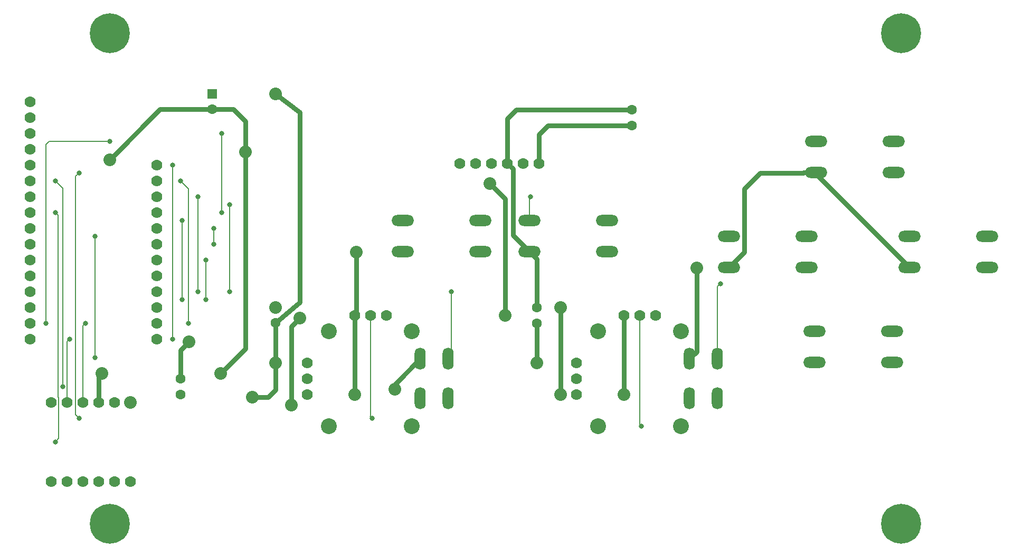
<source format=gbr>
%TF.GenerationSoftware,KiCad,Pcbnew,(5.99.0-3294-g9c46e491e)*%
%TF.CreationDate,2020-11-09T01:34:01-05:00*%
%TF.ProjectId,Game_Controller,47616d65-5f43-46f6-9e74-726f6c6c6572,rev?*%
%TF.SameCoordinates,Original*%
%TF.FileFunction,Copper,L2,Bot*%
%TF.FilePolarity,Positive*%
%FSLAX46Y46*%
G04 Gerber Fmt 4.6, Leading zero omitted, Abs format (unit mm)*
G04 Created by KiCad (PCBNEW (5.99.0-3294-g9c46e491e)) date 2020-11-09 01:34:01*
%MOMM*%
%LPD*%
G01*
G04 APERTURE LIST*
%TA.AperFunction,ComponentPad*%
%ADD10C,6.400000*%
%TD*%
%TA.AperFunction,ComponentPad*%
%ADD11O,3.581400X1.790700*%
%TD*%
%TA.AperFunction,ComponentPad*%
%ADD12C,1.778000*%
%TD*%
%TA.AperFunction,ComponentPad*%
%ADD13O,1.778000X3.556000*%
%TD*%
%TA.AperFunction,ComponentPad*%
%ADD14C,2.540000*%
%TD*%
%TA.AperFunction,ComponentPad*%
%ADD15C,1.600000*%
%TD*%
%TA.AperFunction,ComponentPad*%
%ADD16R,1.600000X1.600000*%
%TD*%
%TA.AperFunction,ViaPad*%
%ADD17C,2.032000*%
%TD*%
%TA.AperFunction,ViaPad*%
%ADD18C,0.800000*%
%TD*%
%TA.AperFunction,Conductor*%
%ADD19C,0.762000*%
%TD*%
%TA.AperFunction,Conductor*%
%ADD20C,0.203200*%
%TD*%
G04 APERTURE END LIST*
D10*
%TO.P,REF\u002A\u002A,3*%
%TO.N,N/C*%
X219556000Y-132520000D03*
%TD*%
%TO.P,REF\u002A\u002A,2*%
%TO.N,N/C*%
X219556000Y-53780000D03*
%TD*%
%TO.P,REF\u002A\u002A,4*%
%TO.N,N/C*%
X92656000Y-132520000D03*
%TD*%
%TO.P,REF\u002A\u002A,1*%
%TO.N,N/C*%
X92656000Y-53780000D03*
%TD*%
D11*
%TO.P,SW5,1,S*%
%TO.N,Net-(SW5-Pad1)*%
X139647600Y-83870800D03*
%TO.P,SW5,2,S1*%
%TO.N,Net-(SW5-Pad2)*%
X152144400Y-83870800D03*
%TO.P,SW5,3,P*%
%TO.N,GND*%
X139647600Y-88849200D03*
%TO.P,SW5,4,P1*%
%TO.N,Net-(SW5-Pad4)*%
X152144400Y-88849200D03*
%TD*%
D12*
%TO.P,U2,1,CS*%
%TO.N,N/C*%
X83285000Y-125730000D03*
%TO.P,U2,2,SDO*%
X85825000Y-125730000D03*
%TO.P,U2,3,A1*%
X88365000Y-125730000D03*
%TO.P,U2,4,A2*%
X90905000Y-125730000D03*
%TO.P,U2,5,A3*%
X93445000Y-125730000D03*
%TO.P,U2,6,I2*%
X95985000Y-125730000D03*
%TO.P,U2,7,Vin*%
%TO.N,+3V3*%
X95985000Y-113030000D03*
%TO.P,U2,8,3V*%
%TO.N,N/C*%
X93445000Y-113030000D03*
%TO.P,U2,9,GND*%
%TO.N,GND*%
X90905000Y-113030000D03*
%TO.P,U2,10,SCL*%
%TO.N,/SCL*%
X88365000Y-113030000D03*
%TO.P,U2,11,SDA*%
%TO.N,/SDA*%
X85825000Y-113030000D03*
%TO.P,U2,12,INT*%
%TO.N,Net-(U1-Pad14)*%
X83285000Y-113030000D03*
%TD*%
%TO.P,JOY1,1,XVdd*%
%TO.N,+3V3*%
X137006000Y-99060000D03*
%TO.P,JOY1,2,XOut*%
%TO.N,Net-(JOY1-Pad2)*%
X134466000Y-99060000D03*
%TO.P,JOY1,3,XGnd*%
%TO.N,GND*%
X131926000Y-99060000D03*
%TO.P,JOY1,4,YVdd*%
%TO.N,+3V3*%
X124306000Y-106680000D03*
%TO.P,JOY1,5,Yout*%
%TO.N,Net-(JOY1-Pad5)*%
X124306000Y-109220000D03*
%TO.P,JOY1,6,YGnd*%
%TO.N,GND*%
X124306000Y-111760000D03*
D13*
%TO.P,JOY1,7,Sel*%
%TO.N,Net-(JOY1-Pad7)*%
X146967000Y-106045000D03*
%TO.P,JOY1,8,SelGnd*%
%TO.N,GND*%
X142467000Y-106045000D03*
%TO.P,JOY1,9*%
%TO.N,N/C*%
X142467000Y-112395000D03*
%TO.P,JOY1,10*%
X146967000Y-112395000D03*
D14*
%TO.P,JOY1,MOUNT1*%
X141133500Y-101600000D03*
%TO.P,JOY1,MOUNT2*%
X127798500Y-101600000D03*
%TO.P,JOY1,MOUNT3*%
X127798500Y-116840000D03*
%TO.P,JOY1,MOUNT4*%
X141133500Y-116840000D03*
%TD*%
D15*
%TO.P,C3,1*%
%TO.N,+3V3*%
X161136000Y-100330000D03*
%TO.P,C3,2*%
%TO.N,GND*%
X161136000Y-97830000D03*
%TD*%
D11*
%TO.P,SW3,1,S*%
%TO.N,Net-(SW3-Pad1)*%
X220927600Y-86410800D03*
%TO.P,SW3,2,S1*%
%TO.N,Net-(SW3-Pad2)*%
X233424400Y-86410800D03*
%TO.P,SW3,3,P*%
%TO.N,GND*%
X220927600Y-91389200D03*
%TO.P,SW3,4,P1*%
%TO.N,Net-(SW3-Pad4)*%
X233424400Y-91389200D03*
%TD*%
%TO.P,SW2,1,S*%
%TO.N,Net-(SW2-Pad1)*%
X191971600Y-86410800D03*
%TO.P,SW2,2,S1*%
%TO.N,Net-(SW2-Pad2)*%
X204468400Y-86410800D03*
%TO.P,SW2,3,P*%
%TO.N,GND*%
X191971600Y-91389200D03*
%TO.P,SW2,4,P1*%
%TO.N,Net-(SW2-Pad4)*%
X204468400Y-91389200D03*
%TD*%
%TO.P,SW6,1,S*%
%TO.N,Net-(SW6-Pad1)*%
X159967600Y-83870800D03*
%TO.P,SW6,2,S1*%
%TO.N,Net-(SW6-Pad2)*%
X172464400Y-83870800D03*
%TO.P,SW6,3,P*%
%TO.N,GND*%
X159967600Y-88849200D03*
%TO.P,SW6,4,P1*%
%TO.N,Net-(SW6-Pad4)*%
X172464400Y-88849200D03*
%TD*%
D15*
%TO.P,C4,1*%
%TO.N,+3V3*%
X103986000Y-111760000D03*
%TO.P,C4,2*%
%TO.N,GND*%
X103986000Y-109260000D03*
%TD*%
%TO.P,C5,1*%
%TO.N,+3V3*%
X176376000Y-68580000D03*
%TO.P,C5,2*%
%TO.N,GND*%
X176376000Y-66080000D03*
%TD*%
D16*
%TO.P,C1,1*%
%TO.N,+3V3*%
X109066000Y-63500000D03*
D15*
%TO.P,C1,2*%
%TO.N,GND*%
X109066000Y-66000000D03*
%TD*%
D12*
%TO.P,JOY2,1,XVdd*%
%TO.N,+3V3*%
X180186000Y-99060000D03*
%TO.P,JOY2,2,XOut*%
%TO.N,Net-(JOY2-Pad2)*%
X177646000Y-99060000D03*
%TO.P,JOY2,3,XGnd*%
%TO.N,GND*%
X175106000Y-99060000D03*
%TO.P,JOY2,4,YVdd*%
%TO.N,+3V3*%
X167486000Y-106680000D03*
%TO.P,JOY2,5,Yout*%
%TO.N,Net-(JOY2-Pad5)*%
X167486000Y-109220000D03*
%TO.P,JOY2,6,YGnd*%
%TO.N,GND*%
X167486000Y-111760000D03*
D13*
%TO.P,JOY2,7,Sel*%
%TO.N,Net-(JOY2-Pad7)*%
X190147000Y-106045000D03*
%TO.P,JOY2,8,SelGnd*%
%TO.N,GND*%
X185647000Y-106045000D03*
%TO.P,JOY2,9*%
%TO.N,N/C*%
X185647000Y-112395000D03*
%TO.P,JOY2,10*%
X190147000Y-112395000D03*
D14*
%TO.P,JOY2,MOUNT1*%
X184313500Y-101600000D03*
%TO.P,JOY2,MOUNT2*%
X170978500Y-101600000D03*
%TO.P,JOY2,MOUNT3*%
X170978500Y-116840000D03*
%TO.P,JOY2,MOUNT4*%
X184313500Y-116840000D03*
%TD*%
D12*
%TO.P,OLED1,1,SDA*%
%TO.N,/SDA*%
X148817000Y-74676000D03*
%TO.P,OLED1,2,SCL*%
%TO.N,/SCL*%
X151357000Y-74676000D03*
%TO.P,OLED1,3,RST*%
%TO.N,Net-(OLED1-Pad3)*%
X153897000Y-74676000D03*
%TO.P,OLED1,4,GND*%
%TO.N,GND*%
X156437000Y-74676000D03*
%TO.P,OLED1,5,3Vo*%
%TO.N,N/C*%
X158977000Y-74676000D03*
%TO.P,OLED1,6,Vin*%
%TO.N,+3V3*%
X161517000Y-74676000D03*
%TD*%
D11*
%TO.P,SW4,1,S*%
%TO.N,Net-(SW4-Pad1)*%
X205687600Y-101650800D03*
%TO.P,SW4,2,S1*%
%TO.N,Net-(SW4-Pad2)*%
X218184400Y-101650800D03*
%TO.P,SW4,3,P*%
%TO.N,GND*%
X205687600Y-106629200D03*
%TO.P,SW4,4,P1*%
%TO.N,Net-(SW4-Pad4)*%
X218184400Y-106629200D03*
%TD*%
%TO.P,SW1,1,S*%
%TO.N,Net-(SW1-Pad1)*%
X205941600Y-71170800D03*
%TO.P,SW1,2,S1*%
%TO.N,Net-(SW1-Pad2)*%
X218438400Y-71170800D03*
%TO.P,SW1,3,P*%
%TO.N,GND*%
X205941600Y-76149200D03*
%TO.P,SW1,4,P1*%
%TO.N,Net-(SW1-Pad4)*%
X218438400Y-76149200D03*
%TD*%
D12*
%TO.P,U1,1,RST*%
%TO.N,+3V3*%
X79856000Y-64770000D03*
%TO.P,U1,2,3V*%
%TO.N,Net-(U1-Pad2)*%
X79856000Y-67310000D03*
%TO.P,U1,3,ARef*%
%TO.N,Net-(U1-Pad3)*%
X79856000Y-69850000D03*
%TO.P,U1,4,GND*%
%TO.N,GND*%
X79856000Y-72390000D03*
%TO.P,U1,5,A0*%
%TO.N,Net-(JOY1-Pad2)*%
X79856000Y-74930000D03*
%TO.P,U1,6,A1*%
%TO.N,Net-(JOY1-Pad5)*%
X79856000Y-77470000D03*
%TO.P,U1,7,A2*%
%TO.N,Net-(JOY1-Pad7)*%
X79856000Y-80010000D03*
%TO.P,U1,8,A3*%
%TO.N,Net-(JOY2-Pad2)*%
X79856000Y-82550000D03*
%TO.P,U1,9,A4*%
%TO.N,Net-(JOY2-Pad5)*%
X79856000Y-85090000D03*
%TO.P,U1,10,A5*%
%TO.N,Net-(JOY2-Pad7)*%
X79856000Y-87630000D03*
%TO.P,U1,11,SCK*%
%TO.N,Net-(U1-Pad11)*%
X79856000Y-90170000D03*
%TO.P,U1,12,MOSI*%
%TO.N,Net-(U1-Pad12)*%
X79856000Y-92710000D03*
%TO.P,U1,13,MISO*%
%TO.N,Net-(U1-Pad13)*%
X79856000Y-95250000D03*
%TO.P,U1,14,Rx*%
%TO.N,Net-(U1-Pad14)*%
X79856000Y-97790000D03*
%TO.P,U1,15,Tx*%
%TO.N,Net-(OLED1-Pad3)*%
X79856000Y-100330000D03*
%TO.P,U1,16,DFU*%
%TO.N,Net-(U1-Pad16)*%
X79856000Y-102870000D03*
%TO.P,U1,17,SDA*%
%TO.N,/SDA*%
X100176000Y-102870000D03*
%TO.P,U1,18,SCL*%
%TO.N,/SCL*%
X100176000Y-100330000D03*
%TO.P,U1,19,5*%
%TO.N,Net-(SW5-Pad1)*%
X100176000Y-97790000D03*
%TO.P,U1,20,6*%
%TO.N,Net-(SW6-Pad1)*%
X100176000Y-95250000D03*
%TO.P,U1,21,9*%
%TO.N,Net-(U1-Pad21)*%
X100176000Y-92710000D03*
%TO.P,U1,22,10*%
%TO.N,Net-(SW4-Pad1)*%
X100176000Y-90170000D03*
%TO.P,U1,23,11*%
%TO.N,Net-(SW3-Pad1)*%
X100176000Y-87630000D03*
%TO.P,U1,24,12*%
%TO.N,Net-(SW2-Pad1)*%
X100176000Y-85090000D03*
%TO.P,U1,25,13*%
%TO.N,Net-(SW1-Pad1)*%
X100176000Y-82550000D03*
%TO.P,U1,26,USB*%
%TO.N,Net-(U1-Pad26)*%
X100176000Y-80010000D03*
%TO.P,U1,27,En*%
%TO.N,Net-(U1-Pad27)*%
X100176000Y-77470000D03*
%TO.P,U1,28,BAT*%
%TO.N,Net-(U1-Pad28)*%
X100176000Y-74930000D03*
%TD*%
D15*
%TO.P,C2,1*%
%TO.N,GND*%
X119226000Y-97790000D03*
%TO.P,C2,2*%
%TO.N,+3V3*%
X119226000Y-100290000D03*
%TD*%
D17*
%TO.N,GND*%
X110436000Y-108390000D03*
X91386000Y-108390000D03*
X92656000Y-74100000D03*
D18*
%TO.N,+3V3*%
X115516000Y-112200000D03*
D17*
%TO.N,GND*%
X138376000Y-110930000D03*
X164946000Y-97790000D03*
X132180000Y-88900000D03*
X123136000Y-99500000D03*
X114400000Y-72830000D03*
X186790000Y-91440000D03*
X164946000Y-111760000D03*
X105356000Y-103310000D03*
X121766000Y-113470000D03*
X175106000Y-111760000D03*
X119226000Y-97790000D03*
X131926000Y-111760000D03*
D18*
%TO.N,/SDA*%
X86206000Y-102870000D03*
X102716000Y-102870000D03*
X102716000Y-74930000D03*
%TO.N,/SCL*%
X103986000Y-77470000D03*
X88746000Y-100330000D03*
X105256000Y-100330000D03*
D17*
%TO.N,+3V3*%
X161136000Y-106680000D03*
X119226000Y-63500000D03*
X95985000Y-113030000D03*
X156056000Y-99060000D03*
X119226000Y-106680000D03*
X153616000Y-77910000D03*
X115516000Y-112200000D03*
D18*
%TO.N,Net-(SW3-Pad1)*%
X109320000Y-87630000D03*
X109320000Y-85090000D03*
%TO.N,Net-(JOY1-Pad2)*%
X134720000Y-115570000D03*
X87730000Y-115570000D03*
X87730000Y-76200000D03*
%TO.N,Net-(JOY1-Pad5)*%
X83920000Y-77470000D03*
X85123400Y-110490000D03*
%TO.N,Net-(JOY1-Pad7)*%
X111860000Y-95250000D03*
X111860000Y-81280000D03*
X147420000Y-95250000D03*
%TO.N,Net-(JOY2-Pad2)*%
X83920000Y-119380000D03*
X83920000Y-82550000D03*
X177900000Y-116840000D03*
%TO.N,Net-(JOY2-Pad5)*%
X90270000Y-105850000D03*
X90270000Y-86360000D03*
%TO.N,Net-(JOY2-Pad7)*%
X190600000Y-93980000D03*
%TO.N,Net-(OLED1-Pad3)*%
X92656000Y-71120000D03*
X82396000Y-100330000D03*
%TO.N,Net-(SW1-Pad1)*%
X110590000Y-69850000D03*
X110590000Y-82550000D03*
%TO.N,Net-(SW4-Pad1)*%
X108050000Y-90170000D03*
X108050000Y-96520000D03*
%TO.N,Net-(SW5-Pad1)*%
X104240000Y-96520000D03*
X104240000Y-83820000D03*
%TO.N,Net-(SW6-Pad1)*%
X106780000Y-80010000D03*
X160120000Y-80010000D03*
X106780000Y-95250000D03*
%TD*%
D19*
%TO.N,GND*%
X114400000Y-72390000D02*
X114400000Y-103464000D01*
X114400000Y-104426000D02*
X114400000Y-103464000D01*
X110436000Y-108390000D02*
X114400000Y-104426000D01*
%TO.N,+3V3*%
X119226000Y-63500000D02*
X123136000Y-66480000D01*
X123136000Y-66480000D02*
X123136000Y-96960000D01*
X123136000Y-96960000D02*
X119226000Y-100290000D01*
%TO.N,GND*%
X90905000Y-108871000D02*
X91386000Y-108390000D01*
X90905000Y-113030000D02*
X90905000Y-108871000D01*
D20*
%TO.N,Net-(OLED1-Pad3)*%
X82396000Y-71660000D02*
X82396000Y-100330000D01*
X82396000Y-71660000D02*
X82936000Y-71120000D01*
X82936000Y-71120000D02*
X92656000Y-71120000D01*
D19*
%TO.N,GND*%
X156437000Y-74676000D02*
X156437000Y-67469000D01*
X156437000Y-67469000D02*
X157826000Y-66080000D01*
X157826000Y-66080000D02*
X176376000Y-66080000D01*
%TO.N,+3V3*%
X161517000Y-74676000D02*
X161517000Y-70009000D01*
X161517000Y-70009000D02*
X162946000Y-68580000D01*
X162946000Y-68580000D02*
X176376000Y-68580000D01*
%TO.N,GND*%
X121766000Y-113470000D02*
X121766000Y-100870000D01*
X121766000Y-100870000D02*
X123136000Y-99500000D01*
X109066000Y-66000000D02*
X112496000Y-66000000D01*
X112496000Y-66000000D02*
X114400000Y-67904000D01*
X114400000Y-67904000D02*
X114400000Y-72830000D01*
X92656000Y-74100000D02*
X100756000Y-66000000D01*
X100756000Y-66000000D02*
X109066000Y-66000000D01*
%TO.N,+3V3*%
X156056000Y-99060000D02*
X156056000Y-80350000D01*
X156056000Y-80350000D02*
X153616000Y-77910000D01*
X115516000Y-112200000D02*
X118056000Y-112200000D01*
X119226000Y-109760000D02*
X119226000Y-100290000D01*
X118056000Y-112200000D02*
X119226000Y-111030000D01*
X119226000Y-111030000D02*
X119226000Y-109760000D01*
D20*
X103986000Y-111760000D02*
X103986000Y-112100000D01*
%TO.N,Net-(JOY2-Pad5)*%
X90270000Y-105850000D02*
X90270000Y-86360000D01*
D19*
%TO.N,GND*%
X103986000Y-109260000D02*
X103986000Y-104680000D01*
X103986000Y-104680000D02*
X105356000Y-103310000D01*
X138376000Y-110136000D02*
X142467000Y-106045000D01*
X138376000Y-110930000D02*
X138376000Y-110136000D01*
X131926000Y-111760000D02*
X131926000Y-112100000D01*
X131926000Y-111760000D02*
X131926000Y-99060000D01*
X203896900Y-76200000D02*
X196950000Y-76200000D01*
X194410000Y-78740000D02*
X196950000Y-76200000D01*
X194410000Y-80010000D02*
X194410000Y-86560507D01*
X194410000Y-80010000D02*
X194410000Y-78740000D01*
X132180000Y-98806000D02*
X131926000Y-99060000D01*
X132180000Y-88900000D02*
X132180000Y-98806000D01*
X161136000Y-90017600D02*
X159967600Y-88849200D01*
X164946000Y-97790000D02*
X164946000Y-111760000D01*
X194410000Y-86560507D02*
X194410000Y-88950800D01*
X194410000Y-88950800D02*
X191971600Y-91389200D01*
X205941600Y-76403200D02*
X220927600Y-91389200D01*
X175106000Y-111760000D02*
X175106000Y-99060000D01*
X156437000Y-74676000D02*
X157325999Y-75564999D01*
X203947700Y-76149200D02*
X203896900Y-76200000D01*
X185647000Y-106045000D02*
X186790000Y-104902000D01*
X157325999Y-75564999D02*
X157325999Y-86207599D01*
X205941600Y-76149200D02*
X205941600Y-76403200D01*
X157325999Y-86207599D02*
X159967600Y-88849200D01*
X186790000Y-104902000D02*
X186790000Y-91440000D01*
X205941600Y-76149200D02*
X203947700Y-76149200D01*
X161136000Y-97830000D02*
X161136000Y-90017600D01*
D20*
%TO.N,/SDA*%
X102716000Y-74930000D02*
X102716000Y-102870000D01*
X85825000Y-103251000D02*
X86206000Y-102870000D01*
X85825000Y-113030000D02*
X85825000Y-103251000D01*
%TO.N,/SCL*%
X88365000Y-100711000D02*
X88746000Y-100330000D01*
X103986000Y-77470000D02*
X105256000Y-78740000D01*
X105256000Y-78740000D02*
X105256000Y-100330000D01*
X88365000Y-113030000D02*
X88365000Y-100711000D01*
D19*
%TO.N,+3V3*%
X119226000Y-100290000D02*
X119226000Y-106680000D01*
X161136000Y-100330000D02*
X161136000Y-106680000D01*
D20*
%TO.N,Net-(SW3-Pad1)*%
X109320000Y-85090000D02*
X109320000Y-87630000D01*
%TO.N,Net-(JOY1-Pad2)*%
X87174399Y-115014399D02*
X87174399Y-76755601D01*
X87174399Y-76755601D02*
X87730000Y-76200000D01*
X87730000Y-115570000D02*
X87174399Y-115014399D01*
X134466000Y-115316000D02*
X134418399Y-115268399D01*
X134466000Y-99060000D02*
X134466000Y-115316000D01*
X134418399Y-115268399D02*
X134720000Y-115570000D01*
%TO.N,Net-(JOY1-Pad5)*%
X85123400Y-78673400D02*
X83920000Y-77470000D01*
X85123400Y-110490000D02*
X85123400Y-78673400D01*
%TO.N,Net-(JOY1-Pad7)*%
X147420000Y-106680000D02*
X147420000Y-95250000D01*
X111860000Y-95250000D02*
X111860000Y-81280000D01*
%TO.N,Net-(JOY2-Pad2)*%
X84475601Y-112315601D02*
X84367601Y-112207601D01*
X84367601Y-82997601D02*
X83920000Y-82550000D01*
X177646000Y-99060000D02*
X177646000Y-116586000D01*
X84475601Y-118824399D02*
X84475601Y-112315601D01*
X84367601Y-112207601D02*
X84367601Y-82997601D01*
X83920000Y-119380000D02*
X84475601Y-118824399D01*
X177646000Y-116586000D02*
X177900000Y-116840000D01*
%TO.N,Net-(JOY2-Pad7)*%
X190147000Y-106045000D02*
X190147000Y-94433000D01*
X190147000Y-94433000D02*
X190600000Y-93980000D01*
%TO.N,Net-(SW1-Pad1)*%
X110590000Y-69850000D02*
X110590000Y-82550000D01*
%TO.N,Net-(SW4-Pad1)*%
X108050000Y-96520000D02*
X108050000Y-90170000D01*
%TO.N,Net-(SW5-Pad1)*%
X104240000Y-83820000D02*
X104240000Y-96520000D01*
%TO.N,Net-(SW6-Pad1)*%
X159967600Y-83870800D02*
X159967600Y-80162400D01*
X106780000Y-80010000D02*
X106780000Y-95250000D01*
X159967600Y-80162400D02*
X160120000Y-80010000D01*
%TD*%
M02*

</source>
